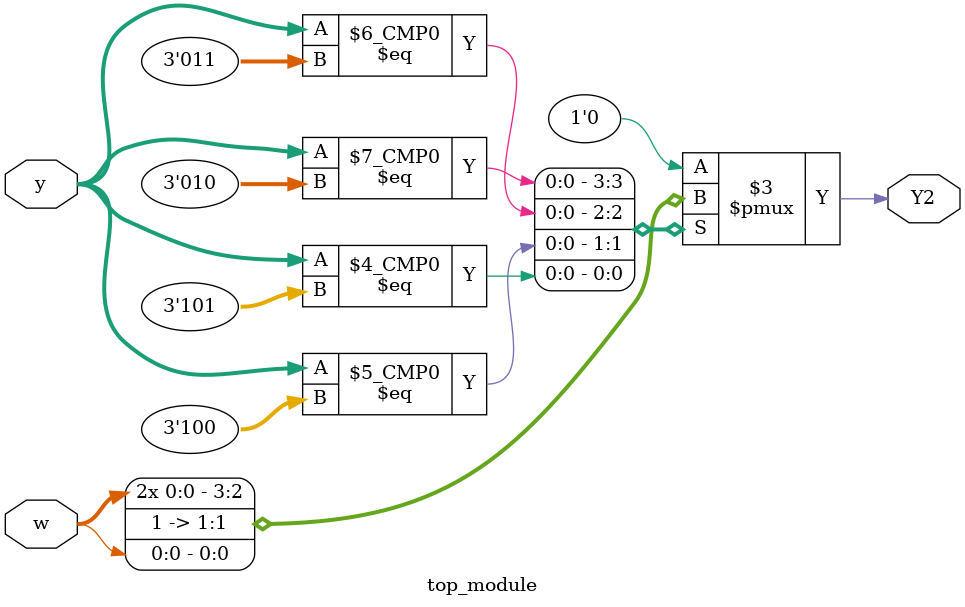
<source format=sv>
module top_module(
    input [3:1] y,
    input w,
    output reg Y2
);

always @(*) begin
    case (y)
        3'b000: Y2 = 1'b0; // State A
        3'b001: Y2 = 1'b0; // State B
        3'b010: Y2 = w;    // State C
        3'b011: Y2 = w;    // State D
        3'b100: Y2 = 1'b1; // State E
        3'b101: Y2 = w;    // State F
        default: Y2 = 1'b0; // Default case
    endcase
end

endmodule

</source>
